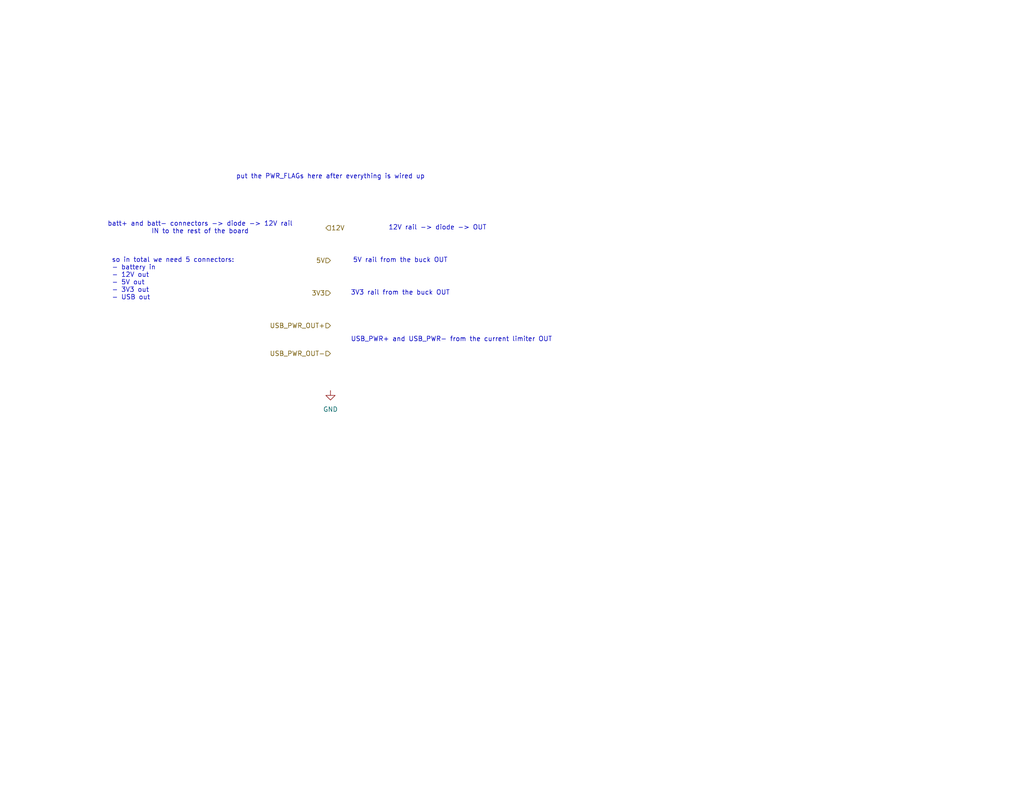
<source format=kicad_sch>
(kicad_sch (version 20250114) (generator "eeschema") (generator_version "9.0")
  (paper "USLetter")
  (lib_symbols
    (symbol "power:GND" (power) (pin_numbers (hide yes)) (pin_names (offset 0) (hide yes))
      (property "Value" "GND" (at 0 -3.81 0))
      (symbol "GND_0_1"
        (polyline (pts (xy 0 0) (xy 0 -1.27) (xy 1.27 -1.27) (xy 0 -2.54) (xy -1.27 -1.27) (xy 0 -1.27)))
      )
      (symbol "GND_1_1"
        (pin power_in line (at 0 0 270) (length 0) (name "~") (number "1"))
      )
    )
  )
  (text "so in total we need 5 connectors:\n- battery in\n- 12V out\n- 5V out\n- 3V3 out\n- USB out" (at 30.48 76.2 0) (effects (font (size 1.27 1.27)) (justify left)))
  (text "3V3 rail from the buck OUT" (at 109.22 80.01 0) (effects (font (size 1.27 1.27))))
  (text "12V rail -> diode -> OUT" (at 119.38 62.23 0) (effects (font (size 1.27 1.27))))
  (text "USB_PWR+ and USB_PWR- from the current limiter OUT" (at 123.19 92.71 0) (effects (font (size 1.27 1.27))))
  (text "batt+ and batt- connectors -> diode -> 12V rail\nIN to the rest of the board" (at 54.61 62.23 0) (effects (font (size 1.27 1.27))))
  (text "5V rail from the buck OUT" (at 109.22 71.12 0) (effects (font (size 1.27 1.27))))
  (text "put the PWR_FLAGs here after everything is wired up" (at 90.17 48.26 0) (effects (font (size 1.27 1.27))))
  (hierarchical_label "3V3" (shape input) (at 90.17 80.01 180))
  (hierarchical_label "5V" (shape input) (at 90.17 71.12 180))
  (hierarchical_label "USB_PWR_OUT+" (shape input) (at 90.17 88.9 180))
  (hierarchical_label "12V" (shape input) (at 88.9 62.23 0))
  (hierarchical_label "USB_PWR_OUT-" (shape input) (at 90.17 96.52 180))
  (symbol (lib_id "power:GND") (at 90.17 106.68 0) (unit 1)
    (property "Reference" "#PWR011" (effects (hide yes)))
    (property "Value" "GND" (at 90.17 111.76 0))
    (property "Description" "Power symbol creates a global label with name \"GND\" , ground" (effects (hide yes)))
  )
)
</source>
